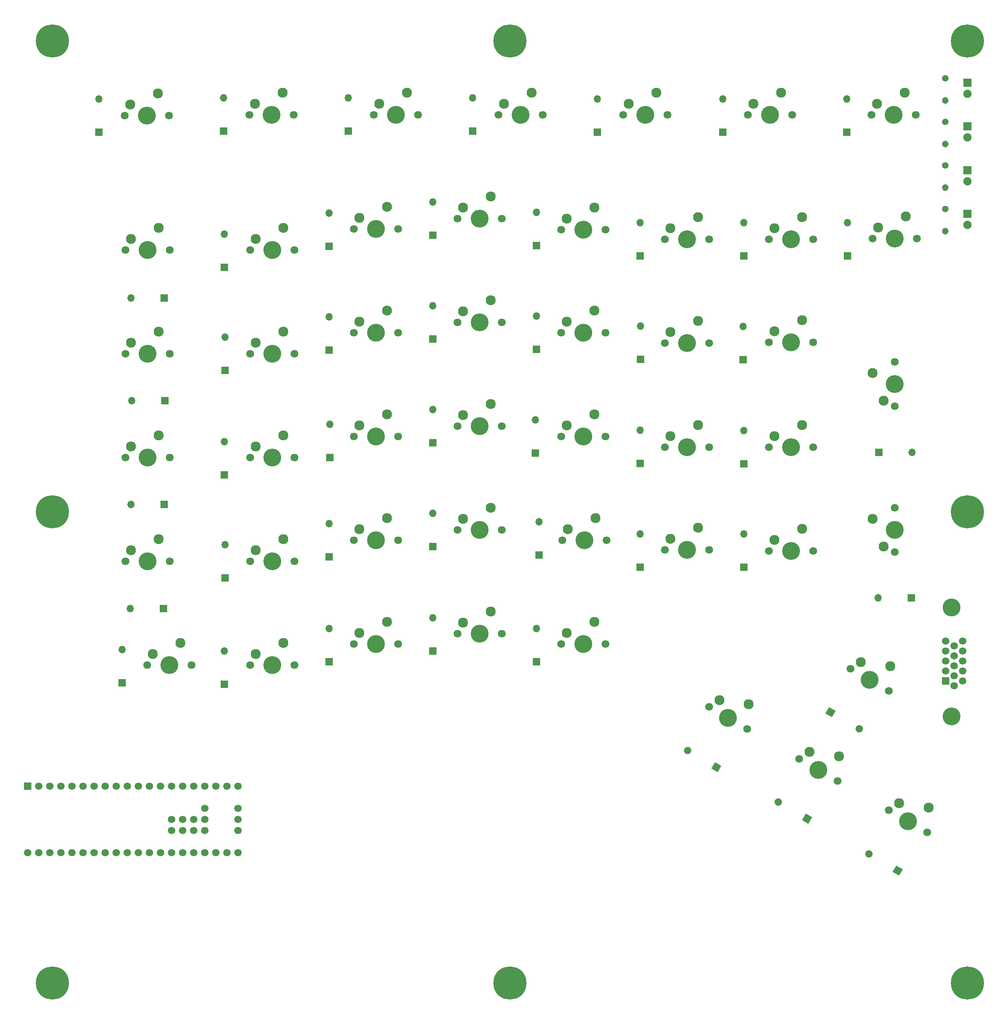
<source format=gbr>
%TF.GenerationSoftware,KiCad,Pcbnew,5.1.6-c6e7f7d~87~ubuntu20.04.1*%
%TF.CreationDate,2020-09-09T12:41:04+02:00*%
%TF.ProjectId,pcb-flat-left,7063622d-666c-4617-942d-6c6566742e6b,rev?*%
%TF.SameCoordinates,Original*%
%TF.FileFunction,Soldermask,Bot*%
%TF.FilePolarity,Negative*%
%FSLAX46Y46*%
G04 Gerber Fmt 4.6, Leading zero omitted, Abs format (unit mm)*
G04 Created by KiCad (PCBNEW 5.1.6-c6e7f7d~87~ubuntu20.04.1) date 2020-09-09 12:41:04*
%MOMM*%
%LPD*%
G01*
G04 APERTURE LIST*
%ADD10C,1.500000*%
%ADD11O,1.500000X1.500000*%
%ADD12C,7.600000*%
%ADD13R,1.700000X1.700000*%
%ADD14O,1.700000X1.700000*%
%ADD15C,0.100000*%
%ADD16C,1.800000*%
%ADD17C,4.100000*%
%ADD18C,2.300000*%
%ADD19O,1.900000X1.900000*%
%ADD20R,1.900000X1.900000*%
%ADD21C,1.700000*%
G04 APERTURE END LIST*
D10*
%TO.C,R1*%
X232400000Y-59100000D03*
D11*
X232400000Y-64180000D03*
%TD*%
D12*
%TO.C,H3*%
X237500000Y-50500000D03*
%TD*%
%TO.C,H8*%
X237500000Y-266500000D03*
%TD*%
%TO.C,H7*%
X132500000Y-266500000D03*
%TD*%
%TO.C,H6*%
X27500000Y-266500000D03*
%TD*%
%TO.C,H5*%
X237500000Y-158500000D03*
%TD*%
%TO.C,H4*%
X27500000Y-158500000D03*
%TD*%
%TO.C,H2*%
X132500000Y-50500000D03*
%TD*%
D13*
%TO.C,D1*%
X38200000Y-71400000D03*
D14*
X38200000Y-63780000D03*
%TD*%
D13*
%TO.C,D2*%
X53200000Y-109400000D03*
D14*
X45580000Y-109400000D03*
%TD*%
D13*
%TO.C,D3*%
X53400000Y-133000000D03*
D14*
X45780000Y-133000000D03*
%TD*%
D13*
%TO.C,D4*%
X53200000Y-156800000D03*
D14*
X45580000Y-156800000D03*
%TD*%
D13*
%TO.C,D5*%
X53000000Y-180600000D03*
D14*
X45380000Y-180600000D03*
%TD*%
%TO.C,D6*%
X43500000Y-190000000D03*
D13*
X43500000Y-197620000D03*
%TD*%
D14*
%TO.C,D7*%
X66800000Y-63580000D03*
D13*
X66800000Y-71200000D03*
%TD*%
D14*
%TO.C,D8*%
X67000000Y-94780000D03*
D13*
X67000000Y-102400000D03*
%TD*%
D14*
%TO.C,D9*%
X67200000Y-118400000D03*
D13*
X67200000Y-126020000D03*
%TD*%
D14*
%TO.C,D10*%
X67000000Y-142380000D03*
D13*
X67000000Y-150000000D03*
%TD*%
D14*
%TO.C,D11*%
X67200000Y-165980000D03*
D13*
X67200000Y-173600000D03*
%TD*%
D14*
%TO.C,D12*%
X67000000Y-190380000D03*
D13*
X67000000Y-198000000D03*
%TD*%
%TO.C,D14*%
X95400000Y-71200000D03*
D14*
X95400000Y-63580000D03*
%TD*%
%TO.C,D15*%
X91000000Y-89980000D03*
D13*
X91000000Y-97600000D03*
%TD*%
%TO.C,D16*%
X91000000Y-121400000D03*
D14*
X91000000Y-113780000D03*
%TD*%
D13*
%TO.C,D17*%
X91000000Y-168800000D03*
D14*
X91000000Y-161180000D03*
%TD*%
%TO.C,D18*%
X91200000Y-138400000D03*
D13*
X91200000Y-146020000D03*
%TD*%
D14*
%TO.C,D19*%
X91000000Y-185180000D03*
D13*
X91000000Y-192800000D03*
%TD*%
D14*
%TO.C,D20*%
X124000000Y-63580000D03*
D13*
X124000000Y-71200000D03*
%TD*%
%TO.C,D21*%
X114800000Y-95020000D03*
D14*
X114800000Y-87400000D03*
%TD*%
D13*
%TO.C,D22*%
X114800000Y-118800000D03*
D14*
X114800000Y-111180000D03*
%TD*%
%TO.C,D23*%
X114800000Y-134980000D03*
D13*
X114800000Y-142600000D03*
%TD*%
%TO.C,D24*%
X114800000Y-166400000D03*
D14*
X114800000Y-158780000D03*
%TD*%
%TO.C,D25*%
X114800000Y-182780000D03*
D13*
X114800000Y-190400000D03*
%TD*%
%TO.C,D26*%
X152600000Y-71400000D03*
D14*
X152600000Y-63780000D03*
%TD*%
D13*
%TO.C,D27*%
X138600000Y-121200000D03*
D14*
X138600000Y-113580000D03*
%TD*%
%TO.C,D28*%
X138600000Y-89780000D03*
D13*
X138600000Y-97400000D03*
%TD*%
%TO.C,D29*%
X138400000Y-145000000D03*
D14*
X138400000Y-137380000D03*
%TD*%
%TO.C,D30*%
X139200000Y-160780000D03*
D13*
X139200000Y-168400000D03*
%TD*%
%TO.C,D31*%
X138600000Y-192820000D03*
D14*
X138600000Y-185200000D03*
%TD*%
%TO.C,D32*%
X181400000Y-63780000D03*
D13*
X181400000Y-71400000D03*
%TD*%
%TO.C,D33*%
X162400000Y-99800000D03*
D14*
X162400000Y-92180000D03*
%TD*%
%TO.C,D34*%
X162500000Y-115880000D03*
D13*
X162500000Y-123500000D03*
%TD*%
%TO.C,D35*%
X162400000Y-147400000D03*
D14*
X162400000Y-139780000D03*
%TD*%
%TO.C,D36*%
X162400000Y-163580000D03*
D13*
X162400000Y-171200000D03*
%TD*%
%TO.C,D37*%
X209800000Y-71400000D03*
D14*
X209800000Y-63780000D03*
%TD*%
%TO.C,D38*%
X186200000Y-92180000D03*
D13*
X186200000Y-99800000D03*
%TD*%
%TO.C,D39*%
X186200000Y-171200000D03*
D14*
X186200000Y-163580000D03*
%TD*%
D13*
%TO.C,D40*%
X186000000Y-123600000D03*
D14*
X186000000Y-115980000D03*
%TD*%
%TO.C,D41*%
X186200000Y-139800000D03*
D13*
X186200000Y-147420000D03*
%TD*%
D14*
%TO.C,D42*%
X210000000Y-92180000D03*
D13*
X210000000Y-99800000D03*
%TD*%
%TO.C,D43*%
X217200000Y-144800000D03*
D14*
X224820000Y-144800000D03*
%TD*%
%TO.C,D44*%
X217000000Y-178200000D03*
D13*
X224620000Y-178200000D03*
%TD*%
%TO.C,D45*%
G36*
G01*
X174037008Y-213615000D02*
X174037008Y-213615000D01*
G75*
G02*
X172875886Y-213926122I-736122J425000D01*
G01*
X172875886Y-213926122D01*
G75*
G02*
X172564764Y-212765000I425000J736122D01*
G01*
X172564764Y-212765000D01*
G75*
G02*
X173725886Y-212453878I736122J-425000D01*
G01*
X173725886Y-212453878D01*
G75*
G02*
X174037008Y-213615000I-425000J-736122D01*
G01*
G37*
D15*
G36*
X181061122Y-216688878D02*
G01*
X180211122Y-218161122D01*
X178738878Y-217311122D01*
X179588878Y-215838878D01*
X181061122Y-216688878D01*
G37*
%TD*%
%TO.C,D46*%
G36*
X204938878Y-204711122D02*
G01*
X205788878Y-203238878D01*
X207261122Y-204088878D01*
X206411122Y-205561122D01*
X204938878Y-204711122D01*
G37*
G36*
G01*
X211962992Y-207785000D02*
X211962992Y-207785000D01*
G75*
G02*
X213124114Y-207473878I736122J-425000D01*
G01*
X213124114Y-207473878D01*
G75*
G02*
X213435236Y-208635000I-425000J-736122D01*
G01*
X213435236Y-208635000D01*
G75*
G02*
X212274114Y-208946122I-736122J425000D01*
G01*
X212274114Y-208946122D01*
G75*
G02*
X211962992Y-207785000I425000J736122D01*
G01*
G37*
%TD*%
%TO.C,D47*%
G36*
X201860122Y-228498878D02*
G01*
X201010122Y-229971122D01*
X199537878Y-229121122D01*
X200387878Y-227648878D01*
X201860122Y-228498878D01*
G37*
G36*
G01*
X194836008Y-225425000D02*
X194836008Y-225425000D01*
G75*
G02*
X193674886Y-225736122I-736122J425000D01*
G01*
X193674886Y-225736122D01*
G75*
G02*
X193363764Y-224575000I425000J736122D01*
G01*
X193363764Y-224575000D01*
G75*
G02*
X194524886Y-224263878I736122J-425000D01*
G01*
X194524886Y-224263878D01*
G75*
G02*
X194836008Y-225425000I-425000J-736122D01*
G01*
G37*
%TD*%
%TO.C,D48*%
G36*
G01*
X215637008Y-237315000D02*
X215637008Y-237315000D01*
G75*
G02*
X214475886Y-237626122I-736122J425000D01*
G01*
X214475886Y-237626122D01*
G75*
G02*
X214164764Y-236465000I425000J736122D01*
G01*
X214164764Y-236465000D01*
G75*
G02*
X215325886Y-236153878I736122J-425000D01*
G01*
X215325886Y-236153878D01*
G75*
G02*
X215637008Y-237315000I-425000J-736122D01*
G01*
G37*
G36*
X222661122Y-240388878D02*
G01*
X221811122Y-241861122D01*
X220338878Y-241011122D01*
X221188878Y-239538878D01*
X222661122Y-240388878D01*
G37*
%TD*%
D11*
%TO.C,R2*%
X232400000Y-74100000D03*
D10*
X232400000Y-69020000D03*
%TD*%
D11*
%TO.C,R3*%
X232400000Y-94100000D03*
D10*
X232400000Y-89020000D03*
%TD*%
D16*
%TO.C,SW1*%
X54280000Y-67600000D03*
X44120000Y-67600000D03*
D17*
X49200000Y-67600000D03*
D18*
X45390000Y-65060000D03*
X51740000Y-62520000D03*
%TD*%
%TO.C,SW2*%
X51940000Y-93320000D03*
X45590000Y-95860000D03*
D17*
X49400000Y-98400000D03*
D16*
X44320000Y-98400000D03*
X54480000Y-98400000D03*
%TD*%
D18*
%TO.C,SW3*%
X51940000Y-117120000D03*
X45590000Y-119660000D03*
D17*
X49400000Y-122200000D03*
D16*
X44320000Y-122200000D03*
X54480000Y-122200000D03*
%TD*%
%TO.C,SW4*%
X54480000Y-169800000D03*
X44320000Y-169800000D03*
D17*
X49400000Y-169800000D03*
D18*
X45590000Y-167260000D03*
X51940000Y-164720000D03*
%TD*%
D16*
%TO.C,SW5*%
X54480000Y-146000000D03*
X44320000Y-146000000D03*
D17*
X49400000Y-146000000D03*
D18*
X45590000Y-143460000D03*
X51940000Y-140920000D03*
%TD*%
%TO.C,SW6*%
X56940000Y-188520000D03*
X50590000Y-191060000D03*
D17*
X54400000Y-193600000D03*
D16*
X49320000Y-193600000D03*
X59480000Y-193600000D03*
%TD*%
D18*
%TO.C,SW7*%
X80340000Y-62320000D03*
X73990000Y-64860000D03*
D17*
X77800000Y-67400000D03*
D16*
X72720000Y-67400000D03*
X82880000Y-67400000D03*
%TD*%
D18*
%TO.C,SW8*%
X80540000Y-93320000D03*
X74190000Y-95860000D03*
D17*
X78000000Y-98400000D03*
D16*
X72920000Y-98400000D03*
X83080000Y-98400000D03*
%TD*%
%TO.C,SW9*%
X83080000Y-122200000D03*
X72920000Y-122200000D03*
D17*
X78000000Y-122200000D03*
D18*
X74190000Y-119660000D03*
X80540000Y-117120000D03*
%TD*%
%TO.C,SW10*%
X80540000Y-164720000D03*
X74190000Y-167260000D03*
D17*
X78000000Y-169800000D03*
D16*
X72920000Y-169800000D03*
X83080000Y-169800000D03*
%TD*%
D18*
%TO.C,SW11*%
X80540000Y-140920000D03*
X74190000Y-143460000D03*
D17*
X78000000Y-146000000D03*
D16*
X72920000Y-146000000D03*
X83080000Y-146000000D03*
%TD*%
%TO.C,SW12*%
X83080000Y-193600000D03*
X72920000Y-193600000D03*
D17*
X78000000Y-193600000D03*
D18*
X74190000Y-191060000D03*
X80540000Y-188520000D03*
%TD*%
D16*
%TO.C,SW13*%
X111480000Y-67400000D03*
X101320000Y-67400000D03*
D17*
X106400000Y-67400000D03*
D18*
X102590000Y-64860000D03*
X108940000Y-62320000D03*
%TD*%
D16*
%TO.C,SW14*%
X106880000Y-93600000D03*
X96720000Y-93600000D03*
D17*
X101800000Y-93600000D03*
D18*
X97990000Y-91060000D03*
X104340000Y-88520000D03*
%TD*%
%TO.C,SW15*%
X104340000Y-112320000D03*
X97990000Y-114860000D03*
D17*
X101800000Y-117400000D03*
D16*
X96720000Y-117400000D03*
X106880000Y-117400000D03*
%TD*%
%TO.C,SW16*%
X106880000Y-165000000D03*
X96720000Y-165000000D03*
D17*
X101800000Y-165000000D03*
D18*
X97990000Y-162460000D03*
X104340000Y-159920000D03*
%TD*%
D16*
%TO.C,SW17*%
X106880000Y-141200000D03*
X96720000Y-141200000D03*
D17*
X101800000Y-141200000D03*
D18*
X97990000Y-138660000D03*
X104340000Y-136120000D03*
%TD*%
%TO.C,SW18*%
X104340000Y-183720000D03*
X97990000Y-186260000D03*
D17*
X101800000Y-188800000D03*
D16*
X96720000Y-188800000D03*
X106880000Y-188800000D03*
%TD*%
D18*
%TO.C,SW19*%
X137540000Y-62320000D03*
X131190000Y-64860000D03*
D17*
X135000000Y-67400000D03*
D16*
X129920000Y-67400000D03*
X140080000Y-67400000D03*
%TD*%
D18*
%TO.C,SW20*%
X128140000Y-86120000D03*
X121790000Y-88660000D03*
D17*
X125600000Y-91200000D03*
D16*
X120520000Y-91200000D03*
X130680000Y-91200000D03*
%TD*%
%TO.C,SW21*%
X130680000Y-115000000D03*
X120520000Y-115000000D03*
D17*
X125600000Y-115000000D03*
D18*
X121790000Y-112460000D03*
X128140000Y-109920000D03*
%TD*%
%TO.C,SW22*%
X128140000Y-157520000D03*
X121790000Y-160060000D03*
D17*
X125600000Y-162600000D03*
D16*
X120520000Y-162600000D03*
X130680000Y-162600000D03*
%TD*%
D18*
%TO.C,SW23*%
X128140000Y-133720000D03*
X121790000Y-136260000D03*
D17*
X125600000Y-138800000D03*
D16*
X120520000Y-138800000D03*
X130680000Y-138800000D03*
%TD*%
%TO.C,SW24*%
X130680000Y-186400000D03*
X120520000Y-186400000D03*
D17*
X125600000Y-186400000D03*
D18*
X121790000Y-183860000D03*
X128140000Y-181320000D03*
%TD*%
D16*
%TO.C,SW25*%
X168680000Y-67400000D03*
X158520000Y-67400000D03*
D17*
X163600000Y-67400000D03*
D18*
X159790000Y-64860000D03*
X166140000Y-62320000D03*
%TD*%
%TO.C,SW26*%
X151940000Y-88720000D03*
X145590000Y-91260000D03*
D17*
X149400000Y-93800000D03*
D16*
X144320000Y-93800000D03*
X154480000Y-93800000D03*
%TD*%
D18*
%TO.C,SW27*%
X151940000Y-112320000D03*
X145590000Y-114860000D03*
D17*
X149400000Y-117400000D03*
D16*
X144320000Y-117400000D03*
X154480000Y-117400000D03*
%TD*%
D18*
%TO.C,SW28*%
X152140000Y-159920000D03*
X145790000Y-162460000D03*
D17*
X149600000Y-165000000D03*
D16*
X144520000Y-165000000D03*
X154680000Y-165000000D03*
%TD*%
%TO.C,SW29*%
X154480000Y-141200000D03*
X144320000Y-141200000D03*
D17*
X149400000Y-141200000D03*
D18*
X145590000Y-138660000D03*
X151940000Y-136120000D03*
%TD*%
%TO.C,SW30*%
X151940000Y-183720000D03*
X145590000Y-186260000D03*
D17*
X149400000Y-188800000D03*
D16*
X144320000Y-188800000D03*
X154480000Y-188800000D03*
%TD*%
D18*
%TO.C,SW31*%
X194740000Y-62320000D03*
X188390000Y-64860000D03*
D17*
X192200000Y-67400000D03*
D16*
X187120000Y-67400000D03*
X197280000Y-67400000D03*
%TD*%
D18*
%TO.C,SW32*%
X175740000Y-90920000D03*
X169390000Y-93460000D03*
D17*
X173200000Y-96000000D03*
D16*
X168120000Y-96000000D03*
X178280000Y-96000000D03*
%TD*%
%TO.C,SW33*%
X178280000Y-119800000D03*
X168120000Y-119800000D03*
D17*
X173200000Y-119800000D03*
D18*
X169390000Y-117260000D03*
X175740000Y-114720000D03*
%TD*%
%TO.C,SW34*%
X175740000Y-162120000D03*
X169390000Y-164660000D03*
D17*
X173200000Y-167200000D03*
D16*
X168120000Y-167200000D03*
X178280000Y-167200000D03*
%TD*%
D18*
%TO.C,SW35*%
X175740000Y-138520000D03*
X169390000Y-141060000D03*
D17*
X173200000Y-143600000D03*
D16*
X168120000Y-143600000D03*
X178280000Y-143600000D03*
%TD*%
%TO.C,SW36*%
X225680000Y-67400000D03*
X215520000Y-67400000D03*
D17*
X220600000Y-67400000D03*
D18*
X216790000Y-64860000D03*
X223140000Y-62320000D03*
%TD*%
D16*
%TO.C,SW37*%
X202080000Y-96000000D03*
X191920000Y-96000000D03*
D17*
X197000000Y-96000000D03*
D18*
X193190000Y-93460000D03*
X199540000Y-90920000D03*
%TD*%
D16*
%TO.C,SW38*%
X202080000Y-119600000D03*
X191920000Y-119600000D03*
D17*
X197000000Y-119600000D03*
D18*
X193190000Y-117060000D03*
X199540000Y-114520000D03*
%TD*%
D16*
%TO.C,SW39*%
X202080000Y-167400000D03*
X191920000Y-167400000D03*
D17*
X197000000Y-167400000D03*
D18*
X193190000Y-164860000D03*
X199540000Y-162320000D03*
%TD*%
D16*
%TO.C,SW40*%
X202080000Y-143600000D03*
X191920000Y-143600000D03*
D17*
X197000000Y-143600000D03*
D18*
X193190000Y-141060000D03*
X199540000Y-138520000D03*
%TD*%
%TO.C,SW41*%
X223340000Y-90720000D03*
X216990000Y-93260000D03*
D17*
X220800000Y-95800000D03*
D16*
X215720000Y-95800000D03*
X225880000Y-95800000D03*
%TD*%
D18*
%TO.C,SW42*%
X215720000Y-126660000D03*
X218260000Y-133010000D03*
D17*
X220800000Y-129200000D03*
D16*
X220800000Y-134280000D03*
X220800000Y-124120000D03*
%TD*%
%TO.C,SW43*%
X220800000Y-157520000D03*
X220800000Y-167680000D03*
D17*
X220800000Y-162600000D03*
D18*
X218260000Y-166410000D03*
X215720000Y-160060000D03*
%TD*%
D16*
%TO.C,SW44*%
X186999705Y-208240409D03*
X178200886Y-203160409D03*
D17*
X182600295Y-205700409D03*
D18*
X180570739Y-201595705D03*
X187340000Y-202571000D03*
%TD*%
D16*
%TO.C,SW45*%
X219499705Y-199540409D03*
X210700886Y-194460409D03*
D17*
X215100295Y-197000409D03*
D18*
X213070739Y-192895705D03*
X219840000Y-193871000D03*
%TD*%
%TO.C,SW46*%
X208040000Y-214471000D03*
X201270739Y-213495705D03*
D17*
X203300295Y-217600409D03*
D16*
X198900886Y-215060409D03*
X207699705Y-220140409D03*
%TD*%
%TO.C,SW47*%
X228299705Y-231940409D03*
X219500886Y-226860409D03*
D17*
X223900295Y-229400409D03*
D18*
X221870739Y-225295705D03*
X228640000Y-226271000D03*
%TD*%
D12*
%TO.C,H1*%
X27500000Y-50500000D03*
%TD*%
D19*
%TO.C,D13*%
X237500000Y-62640000D03*
D20*
X237500000Y-60100000D03*
%TD*%
%TO.C,D49*%
X237500000Y-70100000D03*
D19*
X237500000Y-72640000D03*
%TD*%
D20*
%TO.C,D50*%
X237500000Y-80100000D03*
D19*
X237500000Y-82640000D03*
%TD*%
D20*
%TO.C,D51*%
X237500000Y-90100000D03*
D19*
X237500000Y-92640000D03*
%TD*%
D10*
%TO.C,R4*%
X232400000Y-79020000D03*
D11*
X232400000Y-84100000D03*
%TD*%
D21*
%TO.C,U1*%
X42190000Y-221380000D03*
X44730000Y-221380000D03*
X47270000Y-221380000D03*
X39650000Y-221380000D03*
X37110000Y-221380000D03*
X34570000Y-221380000D03*
X32030000Y-221380000D03*
X29490000Y-221380000D03*
X26950000Y-221380000D03*
X24410000Y-221380000D03*
D13*
X21870000Y-221380000D03*
D21*
X49810000Y-221380000D03*
X52350000Y-221380000D03*
X54890000Y-221380000D03*
X57430000Y-221380000D03*
X59970000Y-221380000D03*
X62510000Y-221380000D03*
X65050000Y-221380000D03*
X67590000Y-221380000D03*
X70130000Y-221380000D03*
X70130000Y-226460000D03*
X70130000Y-229000000D03*
X70130000Y-231540000D03*
X70130000Y-236620000D03*
X67590000Y-236620000D03*
X65050000Y-236620000D03*
X62510000Y-236620000D03*
X59970000Y-236620000D03*
X57430000Y-236620000D03*
X54890000Y-236620000D03*
X52350000Y-236620000D03*
X49810000Y-236620000D03*
X47270000Y-236620000D03*
X44730000Y-236620000D03*
X42190000Y-236620000D03*
X39650000Y-236620000D03*
X37110000Y-236620000D03*
X34570000Y-236620000D03*
X32030000Y-236620000D03*
X29490000Y-236620000D03*
X26950000Y-236620000D03*
X24410000Y-236620000D03*
X21870000Y-236620000D03*
X57430000Y-229000000D03*
X54890000Y-229000000D03*
X62510000Y-231540000D03*
X62510000Y-226460000D03*
X62510000Y-229000000D03*
X59970000Y-229000000D03*
X54890000Y-231540000D03*
X59970000Y-231540000D03*
X57430000Y-231540000D03*
%TD*%
D13*
%TO.C,J1*%
X232480000Y-197215000D03*
D21*
X232480000Y-194925000D03*
X232480000Y-192635000D03*
X232480000Y-190345000D03*
X232480000Y-188055000D03*
X234460000Y-198360000D03*
X234460000Y-196070000D03*
X234460000Y-193780000D03*
X234460000Y-191490000D03*
X234460000Y-189200000D03*
X236440000Y-197215000D03*
X236440000Y-194925000D03*
X236440000Y-192635000D03*
X236440000Y-190345000D03*
X236440000Y-188055000D03*
D17*
X233900000Y-180400000D03*
X233900000Y-205400000D03*
%TD*%
M02*

</source>
